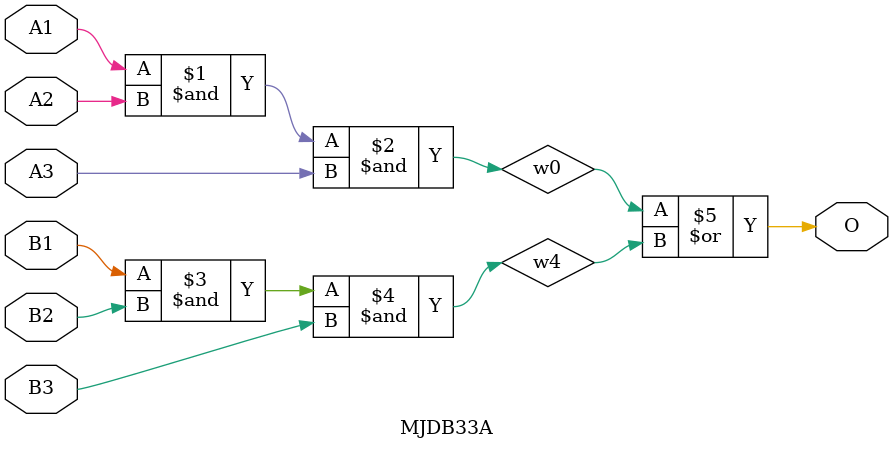
<source format=v>
module MJDB33A(A1, A2, A3, B1, B2, B3, O);
input   A1;
input   A2;
input   A3;
input   B1;
input   B2;
input   B3;
output  O;
and g0(w0, A1, A2, A3);
and g1(w4, B1, B2, B3);
or g2(O, w0, w4);
endmodule
</source>
